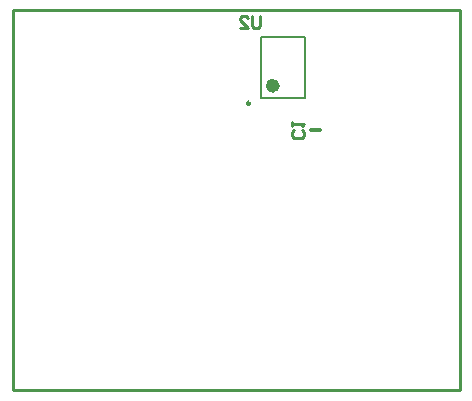
<source format=gbo>
G04*
G04 #@! TF.GenerationSoftware,Altium Limited,Altium Designer,20.1.14 (287)*
G04*
G04 Layer_Color=32896*
%FSLAX25Y25*%
%MOIN*%
G70*
G04*
G04 #@! TF.SameCoordinates,812AF3B6-9DBB-4E22-AB82-19E7777D9F63*
G04*
G04*
G04 #@! TF.FilePolarity,Positive*
G04*
G01*
G75*
%ADD10C,0.02362*%
%ADD11C,0.00984*%
%ADD12C,0.01000*%
%ADD13C,0.00787*%
%ADD14C,0.01200*%
D10*
X410835Y206898D02*
G03*
X410835Y206898I-1181J0D01*
G01*
D11*
X402075Y200992D02*
G03*
X402075Y200992I-492J0D01*
G01*
D12*
X405332Y229999D02*
Y226667D01*
X404666Y226001D01*
X403333D01*
X402666Y226667D01*
Y229999D01*
X398668Y226001D02*
X401334D01*
X398668Y228666D01*
Y229333D01*
X399334Y229999D01*
X400667D01*
X401334Y229333D01*
X419333Y192000D02*
X419999Y191333D01*
Y190001D01*
X419333Y189334D01*
X416667D01*
X416001Y190001D01*
Y191333D01*
X416667Y192000D01*
X416001Y193333D02*
Y194666D01*
Y193999D01*
X419999D01*
X419333Y193333D01*
X323000Y232000D02*
X465000D01*
X323000Y105500D02*
Y232000D01*
Y105500D02*
X472000D01*
Y232000D01*
X465000D02*
X472000D01*
D13*
X405717Y202961D02*
Y223039D01*
X420284Y202961D02*
Y223039D01*
X405717Y202961D02*
X420284D01*
X405717Y223039D02*
X420284D01*
D14*
X422500Y192000D02*
X425500D01*
M02*

</source>
